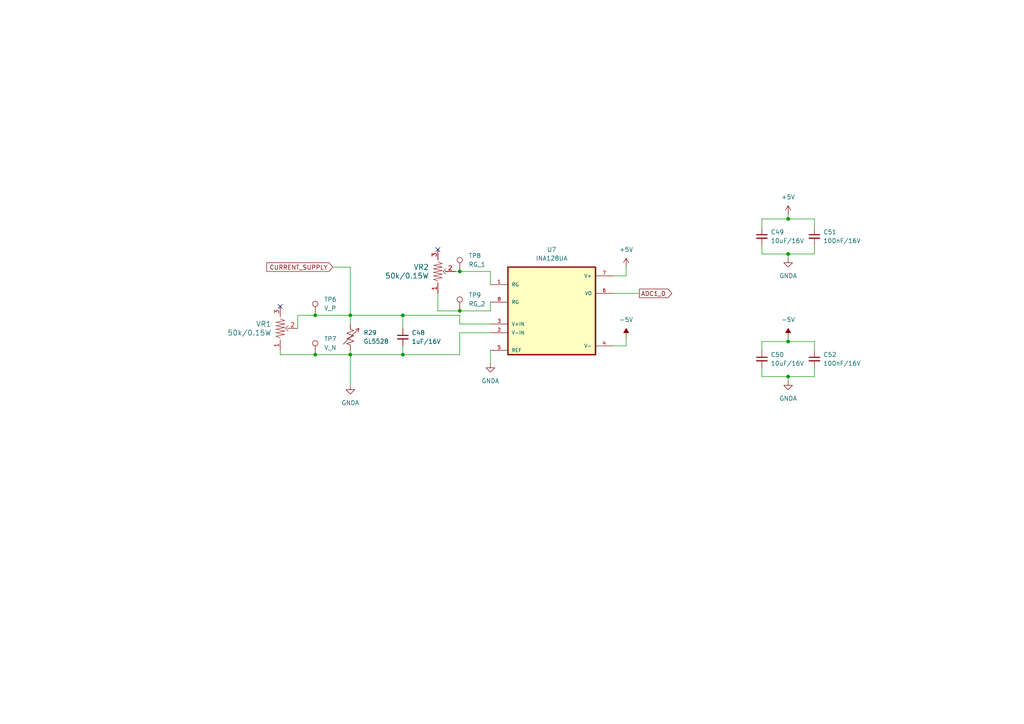
<source format=kicad_sch>
(kicad_sch (version 20230121) (generator eeschema)

  (uuid aa352399-cb1b-43ea-98e6-a10c9a593949)

  (paper "A4")

  (title_block
    (title "MEASURE")
    (date "2024-03-08")
  )

  (lib_symbols
    (symbol "Connector:TestPoint" (pin_numbers hide) (pin_names (offset 0.762) hide) (in_bom yes) (on_board yes)
      (property "Reference" "TP" (at 0 6.858 0)
        (effects (font (size 1.27 1.27)))
      )
      (property "Value" "TestPoint" (at 0 5.08 0)
        (effects (font (size 1.27 1.27)))
      )
      (property "Footprint" "" (at 5.08 0 0)
        (effects (font (size 1.27 1.27)) hide)
      )
      (property "Datasheet" "~" (at 5.08 0 0)
        (effects (font (size 1.27 1.27)) hide)
      )
      (property "ki_keywords" "test point tp" (at 0 0 0)
        (effects (font (size 1.27 1.27)) hide)
      )
      (property "ki_description" "test point" (at 0 0 0)
        (effects (font (size 1.27 1.27)) hide)
      )
      (property "ki_fp_filters" "Pin* Test*" (at 0 0 0)
        (effects (font (size 1.27 1.27)) hide)
      )
      (symbol "TestPoint_0_1"
        (circle (center 0 3.302) (radius 0.762)
          (stroke (width 0) (type default))
          (fill (type none))
        )
      )
      (symbol "TestPoint_1_1"
        (pin passive line (at 0 0 90) (length 2.54)
          (name "1" (effects (font (size 1.27 1.27))))
          (number "1" (effects (font (size 1.27 1.27))))
        )
      )
    )
    (symbol "Device:C_Small" (pin_numbers hide) (pin_names (offset 0.254) hide) (in_bom yes) (on_board yes)
      (property "Reference" "C" (at 0.254 1.778 0)
        (effects (font (size 1.27 1.27)) (justify left))
      )
      (property "Value" "C_Small" (at 0.254 -2.032 0)
        (effects (font (size 1.27 1.27)) (justify left))
      )
      (property "Footprint" "" (at 0 0 0)
        (effects (font (size 1.27 1.27)) hide)
      )
      (property "Datasheet" "~" (at 0 0 0)
        (effects (font (size 1.27 1.27)) hide)
      )
      (property "ki_keywords" "capacitor cap" (at 0 0 0)
        (effects (font (size 1.27 1.27)) hide)
      )
      (property "ki_description" "Unpolarized capacitor, small symbol" (at 0 0 0)
        (effects (font (size 1.27 1.27)) hide)
      )
      (property "ki_fp_filters" "C_*" (at 0 0 0)
        (effects (font (size 1.27 1.27)) hide)
      )
      (symbol "C_Small_0_1"
        (polyline
          (pts
            (xy -1.524 -0.508)
            (xy 1.524 -0.508)
          )
          (stroke (width 0.3302) (type default))
          (fill (type none))
        )
        (polyline
          (pts
            (xy -1.524 0.508)
            (xy 1.524 0.508)
          )
          (stroke (width 0.3048) (type default))
          (fill (type none))
        )
      )
      (symbol "C_Small_1_1"
        (pin passive line (at 0 2.54 270) (length 2.032)
          (name "~" (effects (font (size 1.27 1.27))))
          (number "1" (effects (font (size 1.27 1.27))))
        )
        (pin passive line (at 0 -2.54 90) (length 2.032)
          (name "~" (effects (font (size 1.27 1.27))))
          (number "2" (effects (font (size 1.27 1.27))))
        )
      )
    )
    (symbol "Device:R_Variable_US" (pin_numbers hide) (pin_names (offset 0)) (in_bom yes) (on_board yes)
      (property "Reference" "R" (at 2.54 -2.54 90)
        (effects (font (size 1.27 1.27)) (justify left))
      )
      (property "Value" "R_Variable_US" (at -2.54 -1.27 90)
        (effects (font (size 1.27 1.27)) (justify left))
      )
      (property "Footprint" "" (at -1.778 0 90)
        (effects (font (size 1.27 1.27)) hide)
      )
      (property "Datasheet" "~" (at 0 0 0)
        (effects (font (size 1.27 1.27)) hide)
      )
      (property "ki_keywords" "R res resistor variable potentiometer rheostat" (at 0 0 0)
        (effects (font (size 1.27 1.27)) hide)
      )
      (property "ki_description" "Variable resistor, US symbol" (at 0 0 0)
        (effects (font (size 1.27 1.27)) hide)
      )
      (property "ki_fp_filters" "R_*" (at 0 0 0)
        (effects (font (size 1.27 1.27)) hide)
      )
      (symbol "R_Variable_US_0_1"
        (polyline
          (pts
            (xy 0 -2.286)
            (xy 0 -2.54)
          )
          (stroke (width 0) (type default))
          (fill (type none))
        )
        (polyline
          (pts
            (xy 0 2.286)
            (xy 0 2.54)
          )
          (stroke (width 0) (type default))
          (fill (type none))
        )
        (polyline
          (pts
            (xy 0 -0.762)
            (xy 1.016 -1.143)
            (xy 0 -1.524)
            (xy -1.016 -1.905)
            (xy 0 -2.286)
          )
          (stroke (width 0) (type default))
          (fill (type none))
        )
        (polyline
          (pts
            (xy 0 0.762)
            (xy 1.016 0.381)
            (xy 0 0)
            (xy -1.016 -0.381)
            (xy 0 -0.762)
          )
          (stroke (width 0) (type default))
          (fill (type none))
        )
        (polyline
          (pts
            (xy 0 2.286)
            (xy 1.016 1.905)
            (xy 0 1.524)
            (xy -1.016 1.143)
            (xy 0 0.762)
          )
          (stroke (width 0.1524) (type default))
          (fill (type none))
        )
        (polyline
          (pts
            (xy 2.286 1.524)
            (xy 2.54 2.54)
            (xy 1.524 2.286)
            (xy 2.54 2.54)
            (xy -2.032 -2.032)
          )
          (stroke (width 0.1524) (type default))
          (fill (type none))
        )
      )
      (symbol "R_Variable_US_1_1"
        (pin passive line (at 0 3.81 270) (length 1.27)
          (name "~" (effects (font (size 1.27 1.27))))
          (number "1" (effects (font (size 1.27 1.27))))
        )
        (pin passive line (at 0 -3.81 90) (length 1.27)
          (name "~" (effects (font (size 1.27 1.27))))
          (number "2" (effects (font (size 1.27 1.27))))
        )
      )
    )
    (symbol "EVM_3E:EVM-3E" (pin_names (offset 0.254)) (in_bom yes) (on_board yes)
      (property "Reference" "VR" (at 20.1422 6.604 0)
        (effects (font (size 1.524 1.524)))
      )
      (property "Value" "EVM-3E" (at 20.1422 4.064 0)
        (effects (font (size 1.524 1.524)))
      )
      (property "Footprint" "footprints:EVM-3E" (at 6.35 -15.24 0)
        (effects (font (size 1.27 1.27) italic) hide)
      )
      (property "Datasheet" "EVM-3ESX50B14" (at 6.35 -15.24 0)
        (effects (font (size 1.27 1.27) italic) hide)
      )
      (property "ki_keywords" "EVM-3E" (at 0 0 0)
        (effects (font (size 1.27 1.27)) hide)
      )
      (property "ki_fp_filters" "EVM-3ESX50B14_PAN" (at 0 0 0)
        (effects (font (size 1.27 1.27)) hide)
      )
      (symbol "EVM-3E_0_1"
        (polyline
          (pts
            (xy 17.526 0)
            (xy 18.034 1.27)
          )
          (stroke (width 0.127) (type default))
          (fill (type none))
        )
        (polyline
          (pts
            (xy 18.034 1.27)
            (xy 18.542 -1.27)
          )
          (stroke (width 0.127) (type default))
          (fill (type none))
        )
        (polyline
          (pts
            (xy 18.542 -1.27)
            (xy 19.05 1.27)
          )
          (stroke (width 0.127) (type default))
          (fill (type none))
        )
        (polyline
          (pts
            (xy 19.05 1.27)
            (xy 19.558 -1.27)
          )
          (stroke (width 0.127) (type default))
          (fill (type none))
        )
        (polyline
          (pts
            (xy 19.558 -1.27)
            (xy 20.066 1.27)
          )
          (stroke (width 0.127) (type default))
          (fill (type none))
        )
        (polyline
          (pts
            (xy 20.066 1.27)
            (xy 20.574 -1.27)
          )
          (stroke (width 0.127) (type default))
          (fill (type none))
        )
        (polyline
          (pts
            (xy 20.32 -1.524)
            (xy 19.558 -2.286)
          )
          (stroke (width 0.127) (type default))
          (fill (type none))
        )
        (polyline
          (pts
            (xy 20.32 -1.524)
            (xy 21.082 -2.286)
          )
          (stroke (width 0.127) (type default))
          (fill (type none))
        )
        (polyline
          (pts
            (xy 20.574 -1.27)
            (xy 21.082 1.27)
          )
          (stroke (width 0.127) (type default))
          (fill (type none))
        )
        (polyline
          (pts
            (xy 21.082 1.27)
            (xy 21.59 -1.27)
          )
          (stroke (width 0.127) (type default))
          (fill (type none))
        )
        (polyline
          (pts
            (xy 21.59 -1.27)
            (xy 22.098 1.27)
          )
          (stroke (width 0.127) (type default))
          (fill (type none))
        )
        (polyline
          (pts
            (xy 22.098 1.27)
            (xy 22.606 -1.27)
          )
          (stroke (width 0.127) (type default))
          (fill (type none))
        )
        (polyline
          (pts
            (xy 22.606 -1.27)
            (xy 23.114 0)
          )
          (stroke (width 0.127) (type default))
          (fill (type none))
        )
      )
      (symbol "EVM-3E_1_1"
        (pin passive line (at 13.97 0 0) (length 3)
          (name "" (effects (font (size 1.27 1.27))))
          (number "1" (effects (font (size 1.27 1.27))))
        )
        (pin passive line (at 20.32 -5.08 90) (length 3)
          (name "" (effects (font (size 1.27 1.27))))
          (number "2" (effects (font (size 1.27 1.27))))
        )
        (pin passive line (at 26.67 0 180) (length 3)
          (name "" (effects (font (size 1.27 1.27))))
          (number "3" (effects (font (size 1.27 1.27))))
        )
      )
    )
    (symbol "INA128UA:INA128UA" (pin_names (offset 1.016)) (in_bom yes) (on_board yes)
      (property "Reference" "U" (at -12.7 13.7 0)
        (effects (font (size 1.27 1.27)) (justify left bottom))
      )
      (property "Value" "INA128UA" (at -12.7 -16.7 0)
        (effects (font (size 1.27 1.27)) (justify left bottom))
      )
      (property "Footprint" "INA128UA:SOIC127P599X175-8N" (at 2.8194 -19.1262 0)
        (effects (font (size 1.27 1.27)) (justify bottom) hide)
      )
      (property "Datasheet" "" (at 0 0 0)
        (effects (font (size 1.27 1.27)) hide)
      )
      (symbol "INA128UA_0_0"
        (rectangle (start -12.7 -12.7) (end 12.7 12.7)
          (stroke (width 0.41) (type default))
          (fill (type background))
        )
      )
      (symbol "INA128UA_1_0"
        (pin power_in line (at 17.78 -10.16 180) (length 5.08)
          (name "V-" (effects (font (size 1.016 1.016))))
          (number "4" (effects (font (size 1.016 1.016))))
        )
      )
      (symbol "INA128UA_1_1"
        (pin passive line (at -17.78 7.62 0) (length 5.08)
          (name "RG" (effects (font (size 1.016 1.016))))
          (number "1" (effects (font (size 1.016 1.016))))
        )
        (pin input line (at -17.78 -6.35 0) (length 5.08)
          (name "V-IN" (effects (font (size 1.016 1.016))))
          (number "2" (effects (font (size 1.016 1.016))))
        )
        (pin input line (at -17.78 -3.81 0) (length 5.08)
          (name "V+IN" (effects (font (size 1.016 1.016))))
          (number "3" (effects (font (size 1.016 1.016))))
        )
        (pin input line (at -17.78 -11.43 0) (length 5.08)
          (name "REF" (effects (font (size 1.016 1.016))))
          (number "5" (effects (font (size 1.016 1.016))))
        )
        (pin output line (at 17.78 5.08 180) (length 5.08)
          (name "VO" (effects (font (size 1.016 1.016))))
          (number "6" (effects (font (size 1.016 1.016))))
        )
        (pin power_in line (at 17.78 10.16 180) (length 5.08)
          (name "V+" (effects (font (size 1.016 1.016))))
          (number "7" (effects (font (size 1.016 1.016))))
        )
        (pin passive line (at -17.78 2.54 0) (length 5.08)
          (name "RG" (effects (font (size 1.016 1.016))))
          (number "8" (effects (font (size 1.016 1.016))))
        )
      )
    )
    (symbol "power:+5V" (power) (pin_names (offset 0)) (in_bom yes) (on_board yes)
      (property "Reference" "#PWR" (at 0 -3.81 0)
        (effects (font (size 1.27 1.27)) hide)
      )
      (property "Value" "+5V" (at 0 3.556 0)
        (effects (font (size 1.27 1.27)))
      )
      (property "Footprint" "" (at 0 0 0)
        (effects (font (size 1.27 1.27)) hide)
      )
      (property "Datasheet" "" (at 0 0 0)
        (effects (font (size 1.27 1.27)) hide)
      )
      (property "ki_keywords" "global power" (at 0 0 0)
        (effects (font (size 1.27 1.27)) hide)
      )
      (property "ki_description" "Power symbol creates a global label with name \"+5V\"" (at 0 0 0)
        (effects (font (size 1.27 1.27)) hide)
      )
      (symbol "+5V_0_1"
        (polyline
          (pts
            (xy -0.762 1.27)
            (xy 0 2.54)
          )
          (stroke (width 0) (type default))
          (fill (type none))
        )
        (polyline
          (pts
            (xy 0 0)
            (xy 0 2.54)
          )
          (stroke (width 0) (type default))
          (fill (type none))
        )
        (polyline
          (pts
            (xy 0 2.54)
            (xy 0.762 1.27)
          )
          (stroke (width 0) (type default))
          (fill (type none))
        )
      )
      (symbol "+5V_1_1"
        (pin power_in line (at 0 0 90) (length 0) hide
          (name "+5V" (effects (font (size 1.27 1.27))))
          (number "1" (effects (font (size 1.27 1.27))))
        )
      )
    )
    (symbol "power:-5V" (power) (pin_names (offset 0)) (in_bom yes) (on_board yes)
      (property "Reference" "#PWR" (at 0 2.54 0)
        (effects (font (size 1.27 1.27)) hide)
      )
      (property "Value" "-5V" (at 0 3.81 0)
        (effects (font (size 1.27 1.27)))
      )
      (property "Footprint" "" (at 0 0 0)
        (effects (font (size 1.27 1.27)) hide)
      )
      (property "Datasheet" "" (at 0 0 0)
        (effects (font (size 1.27 1.27)) hide)
      )
      (property "ki_keywords" "global power" (at 0 0 0)
        (effects (font (size 1.27 1.27)) hide)
      )
      (property "ki_description" "Power symbol creates a global label with name \"-5V\"" (at 0 0 0)
        (effects (font (size 1.27 1.27)) hide)
      )
      (symbol "-5V_0_0"
        (pin power_in line (at 0 0 90) (length 0) hide
          (name "-5V" (effects (font (size 1.27 1.27))))
          (number "1" (effects (font (size 1.27 1.27))))
        )
      )
      (symbol "-5V_0_1"
        (polyline
          (pts
            (xy 0 0)
            (xy 0 1.27)
            (xy 0.762 1.27)
            (xy 0 2.54)
            (xy -0.762 1.27)
            (xy 0 1.27)
          )
          (stroke (width 0) (type default))
          (fill (type outline))
        )
      )
    )
    (symbol "power:GNDA" (power) (pin_names (offset 0)) (in_bom yes) (on_board yes)
      (property "Reference" "#PWR" (at 0 -6.35 0)
        (effects (font (size 1.27 1.27)) hide)
      )
      (property "Value" "GNDA" (at 0 -3.81 0)
        (effects (font (size 1.27 1.27)))
      )
      (property "Footprint" "" (at 0 0 0)
        (effects (font (size 1.27 1.27)) hide)
      )
      (property "Datasheet" "" (at 0 0 0)
        (effects (font (size 1.27 1.27)) hide)
      )
      (property "ki_keywords" "global power" (at 0 0 0)
        (effects (font (size 1.27 1.27)) hide)
      )
      (property "ki_description" "Power symbol creates a global label with name \"GNDA\" , analog ground" (at 0 0 0)
        (effects (font (size 1.27 1.27)) hide)
      )
      (symbol "GNDA_0_1"
        (polyline
          (pts
            (xy 0 0)
            (xy 0 -1.27)
            (xy 1.27 -1.27)
            (xy 0 -2.54)
            (xy -1.27 -1.27)
            (xy 0 -1.27)
          )
          (stroke (width 0) (type default))
          (fill (type none))
        )
      )
      (symbol "GNDA_1_1"
        (pin power_in line (at 0 0 270) (length 0) hide
          (name "GNDA" (effects (font (size 1.27 1.27))))
          (number "1" (effects (font (size 1.27 1.27))))
        )
      )
    )
  )

  (junction (at 228.6 73.66) (diameter 0) (color 0 0 0 0)
    (uuid 06d8452f-59d9-4074-a369-9996b034c473)
  )
  (junction (at 228.6 99.06) (diameter 0) (color 0 0 0 0)
    (uuid 2a018381-21a2-4b7e-9085-5cd4813e853d)
  )
  (junction (at 133.35 78.74) (diameter 0) (color 0 0 0 0)
    (uuid 41cb54f8-23b1-4143-994e-31f21c4a1bf6)
  )
  (junction (at 91.44 102.87) (diameter 0) (color 0 0 0 0)
    (uuid 6f3ecfc7-963d-42df-89fd-47d55e055920)
  )
  (junction (at 228.6 63.5) (diameter 0) (color 0 0 0 0)
    (uuid 818469a4-6cde-4b13-9509-ab2fe080ff12)
  )
  (junction (at 101.6 91.44) (diameter 0) (color 0 0 0 0)
    (uuid 85dfcff4-e6c1-4377-ab53-64a7d96471e1)
  )
  (junction (at 228.6 109.22) (diameter 0) (color 0 0 0 0)
    (uuid 9f399ee8-567e-4724-8889-14507633b85b)
  )
  (junction (at 133.35 90.17) (diameter 0) (color 0 0 0 0)
    (uuid c9603c11-2653-4859-9c32-9d592ef1566c)
  )
  (junction (at 116.84 91.44) (diameter 0) (color 0 0 0 0)
    (uuid da4f8682-eb85-455e-a64b-bc318d7bf6f6)
  )
  (junction (at 101.6 102.87) (diameter 0) (color 0 0 0 0)
    (uuid e3943265-bfc9-4ad9-9063-2c2e9d67f6e1)
  )
  (junction (at 91.44 91.44) (diameter 0) (color 0 0 0 0)
    (uuid ec03cb0c-40d2-4afd-a7e6-f17125b2a557)
  )
  (junction (at 116.84 102.87) (diameter 0) (color 0 0 0 0)
    (uuid f03dd09b-55d2-4e3f-babb-89f07a24a728)
  )

  (no_connect (at 127 72.39) (uuid 9357b2dd-29b9-4186-8308-2e450e0322af))
  (no_connect (at 81.28 88.9) (uuid ee4f4d08-c22a-4351-a112-8c917ff0800e))

  (wire (pts (xy 101.6 91.44) (xy 116.84 91.44))
    (stroke (width 0) (type default))
    (uuid 014d6f87-90e9-45d0-b3b4-417da22d5b67)
  )
  (wire (pts (xy 228.6 62.23) (xy 228.6 63.5))
    (stroke (width 0) (type default))
    (uuid 0374b761-45f1-4a21-ad3e-e447b183032b)
  )
  (wire (pts (xy 133.35 96.52) (xy 142.24 96.52))
    (stroke (width 0) (type default))
    (uuid 09eb09be-294b-4782-8816-b4baf557003a)
  )
  (wire (pts (xy 133.35 91.44) (xy 133.35 93.98))
    (stroke (width 0) (type default))
    (uuid 10ed5be6-d95a-44dc-989f-d6a50efb9afa)
  )
  (wire (pts (xy 101.6 102.87) (xy 101.6 101.6))
    (stroke (width 0) (type default))
    (uuid 11c17250-5e95-4d0d-be6a-eb15e4997df8)
  )
  (wire (pts (xy 96.52 77.47) (xy 101.6 77.47))
    (stroke (width 0) (type default))
    (uuid 11f83bb6-a416-4987-8d2e-0dadc2abcfeb)
  )
  (wire (pts (xy 228.6 99.06) (xy 236.22 99.06))
    (stroke (width 0) (type default))
    (uuid 1316a7e4-b138-42b4-9966-2e33762ecad4)
  )
  (wire (pts (xy 116.84 100.33) (xy 116.84 102.87))
    (stroke (width 0) (type default))
    (uuid 14f8c3f7-ec72-4a36-88a2-b402d691b786)
  )
  (wire (pts (xy 91.44 91.44) (xy 101.6 91.44))
    (stroke (width 0) (type default))
    (uuid 195b377e-1889-4675-9dee-868f33454d33)
  )
  (wire (pts (xy 220.98 63.5) (xy 220.98 66.04))
    (stroke (width 0) (type default))
    (uuid 1c19bb4d-dcd5-4ab1-a575-da8b8c6bacca)
  )
  (wire (pts (xy 228.6 63.5) (xy 236.22 63.5))
    (stroke (width 0) (type default))
    (uuid 1ce38cbb-8563-404c-9740-f695fca8bef7)
  )
  (wire (pts (xy 181.61 80.01) (xy 181.61 77.47))
    (stroke (width 0) (type default))
    (uuid 1d9a6617-d1e2-4927-b3b0-2da49662613a)
  )
  (wire (pts (xy 81.28 101.6) (xy 81.28 102.87))
    (stroke (width 0) (type default))
    (uuid 20ed7d03-3e42-4421-8e53-5618ceda66d1)
  )
  (wire (pts (xy 81.28 102.87) (xy 91.44 102.87))
    (stroke (width 0) (type default))
    (uuid 2816ba6a-3a92-45e2-9d42-2590d4071e9b)
  )
  (wire (pts (xy 101.6 102.87) (xy 116.84 102.87))
    (stroke (width 0) (type default))
    (uuid 2f3c1e27-0f64-42c9-9064-9ebd381891f4)
  )
  (wire (pts (xy 228.6 109.22) (xy 228.6 110.49))
    (stroke (width 0) (type default))
    (uuid 34038d9b-fb8a-458e-bb68-c3dee363c560)
  )
  (wire (pts (xy 86.36 91.44) (xy 86.36 95.25))
    (stroke (width 0) (type default))
    (uuid 343c4518-bd4d-4698-8eb9-f9c27aeb5455)
  )
  (wire (pts (xy 142.24 78.74) (xy 142.24 82.55))
    (stroke (width 0) (type default))
    (uuid 39bf0ac6-030a-4592-bcde-7fbcf564b79e)
  )
  (wire (pts (xy 116.84 91.44) (xy 133.35 91.44))
    (stroke (width 0) (type default))
    (uuid 3c906fbf-b322-462d-a193-d48a564ca2e9)
  )
  (wire (pts (xy 133.35 90.17) (xy 142.24 90.17))
    (stroke (width 0) (type default))
    (uuid 3f11e71e-88ad-41a3-b844-3dee29e135f1)
  )
  (wire (pts (xy 181.61 100.33) (xy 181.61 97.79))
    (stroke (width 0) (type default))
    (uuid 44ca0f5b-1a93-491c-b761-4e909378b594)
  )
  (wire (pts (xy 142.24 90.17) (xy 142.24 87.63))
    (stroke (width 0) (type default))
    (uuid 52dfcd4c-f328-4cc5-b809-61ab609bc817)
  )
  (wire (pts (xy 181.61 100.33) (xy 177.8 100.33))
    (stroke (width 0) (type default))
    (uuid 5d8bca7a-4ff7-4adf-ae0d-fbb3fe41b10f)
  )
  (wire (pts (xy 236.22 109.22) (xy 236.22 106.68))
    (stroke (width 0) (type default))
    (uuid 5f70c097-0562-4b1d-afe2-94a815ab87f0)
  )
  (wire (pts (xy 116.84 95.25) (xy 116.84 91.44))
    (stroke (width 0) (type default))
    (uuid 667a6085-512f-4f94-be3a-d4ea356ed2b9)
  )
  (wire (pts (xy 228.6 109.22) (xy 236.22 109.22))
    (stroke (width 0) (type default))
    (uuid 6ac00126-70d7-4e47-947c-6c13bf5ed246)
  )
  (wire (pts (xy 101.6 77.47) (xy 101.6 91.44))
    (stroke (width 0) (type default))
    (uuid 718d69fb-8fe3-456f-8b13-a7a393271515)
  )
  (wire (pts (xy 220.98 71.12) (xy 220.98 73.66))
    (stroke (width 0) (type default))
    (uuid 7caec431-abcf-4937-ac77-bedce081ffb6)
  )
  (wire (pts (xy 177.8 80.01) (xy 181.61 80.01))
    (stroke (width 0) (type default))
    (uuid 7daa75e2-8b4d-44a6-b645-caa470da2a8b)
  )
  (wire (pts (xy 101.6 91.44) (xy 101.6 93.98))
    (stroke (width 0) (type default))
    (uuid 800cc275-0d9f-48e4-92d8-4ac5f2d15236)
  )
  (wire (pts (xy 133.35 78.74) (xy 142.24 78.74))
    (stroke (width 0) (type default))
    (uuid 83f005d9-3285-4fe4-a41c-a5f82af07de8)
  )
  (wire (pts (xy 101.6 111.76) (xy 101.6 102.87))
    (stroke (width 0) (type default))
    (uuid 859fe3e5-78a9-4c15-8090-95bc1b173122)
  )
  (wire (pts (xy 228.6 63.5) (xy 220.98 63.5))
    (stroke (width 0) (type default))
    (uuid 89452bf4-d5ba-4962-8291-02f79acfde82)
  )
  (wire (pts (xy 220.98 109.22) (xy 228.6 109.22))
    (stroke (width 0) (type default))
    (uuid 89ad1bb8-2e61-401b-98e7-77f3ea70c99c)
  )
  (wire (pts (xy 91.44 102.87) (xy 101.6 102.87))
    (stroke (width 0) (type default))
    (uuid 8b0babe6-9449-40ca-891f-3d28b445b672)
  )
  (wire (pts (xy 228.6 73.66) (xy 236.22 73.66))
    (stroke (width 0) (type default))
    (uuid 93f01f7e-3583-4c30-b47d-4b4dcc5bb07f)
  )
  (wire (pts (xy 127 90.17) (xy 133.35 90.17))
    (stroke (width 0) (type default))
    (uuid 9c177c95-b89c-48c4-bb05-530659c33baf)
  )
  (wire (pts (xy 220.98 99.06) (xy 228.6 99.06))
    (stroke (width 0) (type default))
    (uuid 9ce7bdac-8c5f-43e4-bead-c1604df34392)
  )
  (wire (pts (xy 133.35 102.87) (xy 133.35 96.52))
    (stroke (width 0) (type default))
    (uuid a0181783-3ce2-4d42-a641-5af9bfe6e248)
  )
  (wire (pts (xy 236.22 66.04) (xy 236.22 63.5))
    (stroke (width 0) (type default))
    (uuid a211306a-e838-4c37-b5e7-d0ed3ab24c31)
  )
  (wire (pts (xy 220.98 73.66) (xy 228.6 73.66))
    (stroke (width 0) (type default))
    (uuid a4a924a5-c53d-4cff-afc7-ba621a89cab2)
  )
  (wire (pts (xy 116.84 102.87) (xy 133.35 102.87))
    (stroke (width 0) (type default))
    (uuid a9b287d8-4948-4aee-9dee-8018bf12a13d)
  )
  (wire (pts (xy 86.36 91.44) (xy 91.44 91.44))
    (stroke (width 0) (type default))
    (uuid af9a1bf9-38f8-4255-9beb-fb5fe6fb5286)
  )
  (wire (pts (xy 228.6 97.79) (xy 228.6 99.06))
    (stroke (width 0) (type default))
    (uuid b3c9868b-33ab-484f-a95a-27bedd087bc9)
  )
  (wire (pts (xy 236.22 73.66) (xy 236.22 71.12))
    (stroke (width 0) (type default))
    (uuid bb582aa7-a31f-4829-9fe2-20c8fa03c908)
  )
  (wire (pts (xy 236.22 99.06) (xy 236.22 101.6))
    (stroke (width 0) (type default))
    (uuid bbe363ba-19c9-4583-988f-b770a0e4a0e8)
  )
  (wire (pts (xy 132.08 78.74) (xy 133.35 78.74))
    (stroke (width 0) (type default))
    (uuid bdf3578a-9716-4a2a-ad7c-b30770e1dec7)
  )
  (wire (pts (xy 133.35 93.98) (xy 142.24 93.98))
    (stroke (width 0) (type default))
    (uuid be8d396e-db9a-4846-a5fa-687767b2c0ea)
  )
  (wire (pts (xy 127 90.17) (xy 127 85.09))
    (stroke (width 0) (type default))
    (uuid c524797e-139b-4d0b-87a0-174476051924)
  )
  (wire (pts (xy 220.98 106.68) (xy 220.98 109.22))
    (stroke (width 0) (type default))
    (uuid cbd4f7c8-19a6-4b2b-a707-89305e8cf328)
  )
  (wire (pts (xy 185.42 85.09) (xy 177.8 85.09))
    (stroke (width 0) (type default))
    (uuid cfd7680e-b40e-4e83-b7e7-b2494f28c9c6)
  )
  (wire (pts (xy 228.6 73.66) (xy 228.6 74.93))
    (stroke (width 0) (type default))
    (uuid e354c7ff-632e-4897-8918-abaac9fb69a5)
  )
  (wire (pts (xy 142.24 105.41) (xy 142.24 101.6))
    (stroke (width 0) (type default))
    (uuid e441c8bf-3a6e-4255-ac62-c89ae3132f6d)
  )
  (wire (pts (xy 220.98 101.6) (xy 220.98 99.06))
    (stroke (width 0) (type default))
    (uuid eb2edbc0-ffc8-48d1-9bd5-47a8bb6d49d2)
  )

  (global_label "ADC1_0" (shape output) (at 185.42 85.09 0) (fields_autoplaced)
    (effects (font (size 1.27 1.27)) (justify left))
    (uuid 8dade9ce-a560-44fa-9436-ae15f016da4e)
    (property "Intersheetrefs" "${INTERSHEET_REFS}" (at 195.4204 85.09 0)
      (effects (font (size 1.27 1.27)) (justify left) hide)
    )
  )
  (global_label "CURRENT_SUPPLY" (shape input) (at 96.52 77.47 180) (fields_autoplaced)
    (effects (font (size 1.27 1.27)) (justify right))
    (uuid 990dcebb-6faf-47b7-b0dd-f373681211bd)
    (property "Intersheetrefs" "${INTERSHEET_REFS}" (at 76.7829 77.47 0)
      (effects (font (size 1.27 1.27)) (justify right) hide)
    )
  )

  (symbol (lib_id "INA128UA:INA128UA") (at 160.02 90.17 0) (unit 1)
    (in_bom yes) (on_board yes) (dnp no) (fields_autoplaced)
    (uuid 12a17a83-de5a-4396-8ccf-4428e24d61d6)
    (property "Reference" "U7" (at 160.02 72.39 0)
      (effects (font (size 1.27 1.27)))
    )
    (property "Value" "INA128UA" (at 160.02 74.93 0)
      (effects (font (size 1.27 1.27)))
    )
    (property "Footprint" "INA128UA:SOIC127P599X175-8N" (at 160.02 90.17 0)
      (effects (font (size 1.27 1.27)) (justify bottom) hide)
    )
    (property "Datasheet" "" (at 160.02 90.17 0)
      (effects (font (size 1.27 1.27)) hide)
    )
    (pin "6" (uuid ca7a8137-5a06-49c4-b328-2b60703a60b8))
    (pin "4" (uuid 4f7544ab-ccc8-4ac3-8e74-bea72e5efe02))
    (pin "8" (uuid c96fafce-e3fc-45f2-a2d5-57afb4b8ebd3))
    (pin "1" (uuid 4c3d7030-3871-440d-ad3a-a81208267cad))
    (pin "2" (uuid dd42d923-0b9d-4cf1-9c5d-bcdfcd9d2bc9))
    (pin "5" (uuid ae71592d-c81b-42a1-84b8-937d5ee73467))
    (pin "3" (uuid 591d8305-ea49-49fc-97ed-96ca11e174b7))
    (pin "7" (uuid 77b1a341-b73d-4012-b6d6-7b16f3acbcd7))
    (instances
      (project "BTL_ESD"
        (path "/ce4779b4-6d78-42e3-84df-0a4e77629b0f/c3280f20-486c-46c2-9703-f7181f16559f"
          (reference "U7") (unit 1)
        )
      )
    )
  )

  (symbol (lib_id "Device:C_Small") (at 220.98 104.14 0) (unit 1)
    (in_bom yes) (on_board yes) (dnp no) (fields_autoplaced)
    (uuid 1b5ab5ea-20f6-4758-9f02-d4644fca05ac)
    (property "Reference" "C50" (at 223.52 102.8763 0)
      (effects (font (size 1.27 1.27)) (justify left))
    )
    (property "Value" "10uF/16V" (at 223.52 105.4163 0)
      (effects (font (size 1.27 1.27)) (justify left))
    )
    (property "Footprint" "Capacitor_SMD:C_0603_1608Metric_Pad1.08x0.95mm_HandSolder" (at 220.98 104.14 0)
      (effects (font (size 1.27 1.27)) hide)
    )
    (property "Datasheet" "~" (at 220.98 104.14 0)
      (effects (font (size 1.27 1.27)) hide)
    )
    (property "URL" "https://www.thegioiic.com/tu-gom-0603-10uf-16v" (at 220.98 104.14 0)
      (effects (font (size 1.27 1.27)) hide)
    )
    (pin "1" (uuid 8018d36d-6820-4bea-97da-c470d3a7745d))
    (pin "2" (uuid 4afe619b-b8a3-41b7-a59c-9d61c0f259e9))
    (instances
      (project "BTL_ESD"
        (path "/ce4779b4-6d78-42e3-84df-0a4e77629b0f/c3280f20-486c-46c2-9703-f7181f16559f"
          (reference "C50") (unit 1)
        )
      )
    )
  )

  (symbol (lib_id "Connector:TestPoint") (at 91.44 91.44 0) (unit 1)
    (in_bom yes) (on_board yes) (dnp no) (fields_autoplaced)
    (uuid 1c25da2c-fcd5-4d5a-a8f1-a79e512c8672)
    (property "Reference" "TP6" (at 93.98 86.868 0)
      (effects (font (size 1.27 1.27)) (justify left))
    )
    (property "Value" "V_P" (at 93.98 89.408 0)
      (effects (font (size 1.27 1.27)) (justify left))
    )
    (property "Footprint" "TestPoint:TestPoint_Pad_D2.5mm" (at 96.52 91.44 0)
      (effects (font (size 1.27 1.27)) hide)
    )
    (property "Datasheet" "~" (at 96.52 91.44 0)
      (effects (font (size 1.27 1.27)) hide)
    )
    (pin "1" (uuid 8c2ceb52-1cab-45ed-a4d3-66b24a35f13a))
    (instances
      (project "BTL_ESD"
        (path "/ce4779b4-6d78-42e3-84df-0a4e77629b0f/c3280f20-486c-46c2-9703-f7181f16559f"
          (reference "TP6") (unit 1)
        )
      )
    )
  )

  (symbol (lib_id "power:+5V") (at 228.6 62.23 0) (unit 1)
    (in_bom yes) (on_board yes) (dnp no) (fields_autoplaced)
    (uuid 2373e45c-75ed-4920-a2b7-07c972d4b4a7)
    (property "Reference" "#PWR071" (at 228.6 66.04 0)
      (effects (font (size 1.27 1.27)) hide)
    )
    (property "Value" "+5V" (at 228.6 57.15 0)
      (effects (font (size 1.27 1.27)))
    )
    (property "Footprint" "" (at 228.6 62.23 0)
      (effects (font (size 1.27 1.27)) hide)
    )
    (property "Datasheet" "" (at 228.6 62.23 0)
      (effects (font (size 1.27 1.27)) hide)
    )
    (pin "1" (uuid 61de4809-e8ef-4c62-866e-cafb32b57b36))
    (instances
      (project "BTL_ESD"
        (path "/ce4779b4-6d78-42e3-84df-0a4e77629b0f/c3280f20-486c-46c2-9703-f7181f16559f"
          (reference "#PWR071") (unit 1)
        )
      )
    )
  )

  (symbol (lib_id "power:-5V") (at 181.61 97.79 0) (unit 1)
    (in_bom yes) (on_board yes) (dnp no) (fields_autoplaced)
    (uuid 3a41b264-3aba-49ba-a186-acc07f00a3df)
    (property "Reference" "#PWR070" (at 181.61 95.25 0)
      (effects (font (size 1.27 1.27)) hide)
    )
    (property "Value" "-5V" (at 181.61 92.71 0)
      (effects (font (size 1.27 1.27)))
    )
    (property "Footprint" "" (at 181.61 97.79 0)
      (effects (font (size 1.27 1.27)) hide)
    )
    (property "Datasheet" "" (at 181.61 97.79 0)
      (effects (font (size 1.27 1.27)) hide)
    )
    (pin "1" (uuid 82760a9c-52d9-4057-927b-ddf5533158c9))
    (instances
      (project "BTL_ESD"
        (path "/ce4779b4-6d78-42e3-84df-0a4e77629b0f/c3280f20-486c-46c2-9703-f7181f16559f"
          (reference "#PWR070") (unit 1)
        )
      )
    )
  )

  (symbol (lib_id "Connector:TestPoint") (at 133.35 90.17 0) (unit 1)
    (in_bom yes) (on_board yes) (dnp no) (fields_autoplaced)
    (uuid 449a7eb0-ac58-4c60-8a36-5d6b6b4a2d44)
    (property "Reference" "TP9" (at 135.89 85.598 0)
      (effects (font (size 1.27 1.27)) (justify left))
    )
    (property "Value" "RG_2" (at 135.89 88.138 0)
      (effects (font (size 1.27 1.27)) (justify left))
    )
    (property "Footprint" "TestPoint:TestPoint_Pad_D2.5mm" (at 138.43 90.17 0)
      (effects (font (size 1.27 1.27)) hide)
    )
    (property "Datasheet" "~" (at 138.43 90.17 0)
      (effects (font (size 1.27 1.27)) hide)
    )
    (pin "1" (uuid 43f01b46-4c3c-4a0e-9301-a75bd98c65fb))
    (instances
      (project "BTL_ESD"
        (path "/ce4779b4-6d78-42e3-84df-0a4e77629b0f/c3280f20-486c-46c2-9703-f7181f16559f"
          (reference "TP9") (unit 1)
        )
      )
    )
  )

  (symbol (lib_id "Device:C_Small") (at 116.84 97.79 0) (unit 1)
    (in_bom yes) (on_board yes) (dnp no) (fields_autoplaced)
    (uuid 502b3a26-734f-4b5d-ba18-94e74dc6bbb6)
    (property "Reference" "C48" (at 119.38 96.5263 0)
      (effects (font (size 1.27 1.27)) (justify left))
    )
    (property "Value" "1uF/16V" (at 119.38 99.0663 0)
      (effects (font (size 1.27 1.27)) (justify left))
    )
    (property "Footprint" "Capacitor_SMD:C_0603_1608Metric_Pad1.08x0.95mm_HandSolder" (at 116.84 97.79 0)
      (effects (font (size 1.27 1.27)) hide)
    )
    (property "Datasheet" "~" (at 116.84 97.79 0)
      (effects (font (size 1.27 1.27)) hide)
    )
    (property "URL" "https://www.thegioiic.com/tu-gom-0603-1uf-16v" (at 116.84 97.79 0)
      (effects (font (size 1.27 1.27)) hide)
    )
    (pin "1" (uuid e921575b-acf5-4415-9511-a3157c86dbb4))
    (pin "2" (uuid a20bf9f5-15fb-47f1-932e-176c5165986a))
    (instances
      (project "BTL_ESD"
        (path "/ce4779b4-6d78-42e3-84df-0a4e77629b0f/c3280f20-486c-46c2-9703-f7181f16559f"
          (reference "C48") (unit 1)
        )
      )
    )
  )

  (symbol (lib_id "Device:C_Small") (at 220.98 68.58 0) (unit 1)
    (in_bom yes) (on_board yes) (dnp no) (fields_autoplaced)
    (uuid 53f9bd7c-f5d6-42d5-8602-ff68966a78ac)
    (property "Reference" "C49" (at 223.52 67.3163 0)
      (effects (font (size 1.27 1.27)) (justify left))
    )
    (property "Value" "10uF/16V" (at 223.52 69.8563 0)
      (effects (font (size 1.27 1.27)) (justify left))
    )
    (property "Footprint" "Capacitor_SMD:C_0603_1608Metric_Pad1.08x0.95mm_HandSolder" (at 220.98 68.58 0)
      (effects (font (size 1.27 1.27)) hide)
    )
    (property "Datasheet" "~" (at 220.98 68.58 0)
      (effects (font (size 1.27 1.27)) hide)
    )
    (property "URL" "https://www.thegioiic.com/tu-gom-0603-10uf-16v" (at 220.98 68.58 0)
      (effects (font (size 1.27 1.27)) hide)
    )
    (pin "1" (uuid 99502129-60cb-4ea5-a7c0-4a8a89e80d75))
    (pin "2" (uuid 2c909f49-57e3-4698-9966-54478715bacc))
    (instances
      (project "BTL_ESD"
        (path "/ce4779b4-6d78-42e3-84df-0a4e77629b0f/c3280f20-486c-46c2-9703-f7181f16559f"
          (reference "C49") (unit 1)
        )
      )
    )
  )

  (symbol (lib_id "Connector:TestPoint") (at 91.44 102.87 0) (unit 1)
    (in_bom yes) (on_board yes) (dnp no) (fields_autoplaced)
    (uuid 72a0a461-5514-42c6-978d-a664116cc112)
    (property "Reference" "TP7" (at 93.98 98.298 0)
      (effects (font (size 1.27 1.27)) (justify left))
    )
    (property "Value" "V_N" (at 93.98 100.838 0)
      (effects (font (size 1.27 1.27)) (justify left))
    )
    (property "Footprint" "TestPoint:TestPoint_Pad_D2.5mm" (at 96.52 102.87 0)
      (effects (font (size 1.27 1.27)) hide)
    )
    (property "Datasheet" "~" (at 96.52 102.87 0)
      (effects (font (size 1.27 1.27)) hide)
    )
    (pin "1" (uuid 37bb346b-7147-4f11-8458-0d5bd7d6db72))
    (instances
      (project "BTL_ESD"
        (path "/ce4779b4-6d78-42e3-84df-0a4e77629b0f/c3280f20-486c-46c2-9703-f7181f16559f"
          (reference "TP7") (unit 1)
        )
      )
    )
  )

  (symbol (lib_id "power:GNDA") (at 142.24 105.41 0) (unit 1)
    (in_bom yes) (on_board yes) (dnp no) (fields_autoplaced)
    (uuid 744df324-f294-485f-8892-ea2056130ffc)
    (property "Reference" "#PWR068" (at 142.24 111.76 0)
      (effects (font (size 1.27 1.27)) hide)
    )
    (property "Value" "GNDA" (at 142.24 110.49 0)
      (effects (font (size 1.27 1.27)))
    )
    (property "Footprint" "" (at 142.24 105.41 0)
      (effects (font (size 1.27 1.27)) hide)
    )
    (property "Datasheet" "" (at 142.24 105.41 0)
      (effects (font (size 1.27 1.27)) hide)
    )
    (pin "1" (uuid 36dbb4f4-6e1b-44c7-9da6-03a5fc65b661))
    (instances
      (project "BTL_ESD"
        (path "/ce4779b4-6d78-42e3-84df-0a4e77629b0f/c3280f20-486c-46c2-9703-f7181f16559f"
          (reference "#PWR068") (unit 1)
        )
      )
    )
  )

  (symbol (lib_id "EVM_3E:EVM-3E") (at 127 99.06 90) (unit 1)
    (in_bom yes) (on_board yes) (dnp no) (fields_autoplaced)
    (uuid 7750f36b-3e2f-43b6-9097-8445cf6497ae)
    (property "Reference" "VR2" (at 124.46 77.47 90)
      (effects (font (size 1.524 1.524)) (justify left))
    )
    (property "Value" "50k/0.15W" (at 124.46 80.01 90)
      (effects (font (size 1.524 1.524)) (justify left))
    )
    (property "Footprint" "footprints:EVM-3E" (at 142.24 92.71 0)
      (effects (font (size 1.27 1.27) italic) hide)
    )
    (property "Datasheet" "EVM-3ESX50B14" (at 142.24 92.71 0)
      (effects (font (size 1.27 1.27) italic) hide)
    )
    (property "URL" "https://www.thegioiic.com/evm3e-503-bien-tro-50-kohm-nut-ao-smd-0-15w" (at 127 99.06 0)
      (effects (font (size 1.27 1.27)) hide)
    )
    (pin "3" (uuid cba97419-0e68-44e7-b360-7f4cae19fd0c))
    (pin "1" (uuid 68c28083-f3e2-4006-8bef-aeff347100cb))
    (pin "2" (uuid d10d96b1-b2ff-4bc1-860a-47614c4c7bd6))
    (instances
      (project "BTL_ESD"
        (path "/ce4779b4-6d78-42e3-84df-0a4e77629b0f/c3280f20-486c-46c2-9703-f7181f16559f"
          (reference "VR2") (unit 1)
        )
      )
    )
  )

  (symbol (lib_id "power:GNDA") (at 101.6 111.76 0) (unit 1)
    (in_bom yes) (on_board yes) (dnp no) (fields_autoplaced)
    (uuid 8bed9036-2604-49a9-9666-b46396469c53)
    (property "Reference" "#PWR067" (at 101.6 118.11 0)
      (effects (font (size 1.27 1.27)) hide)
    )
    (property "Value" "GNDA" (at 101.6 116.84 0)
      (effects (font (size 1.27 1.27)))
    )
    (property "Footprint" "" (at 101.6 111.76 0)
      (effects (font (size 1.27 1.27)) hide)
    )
    (property "Datasheet" "" (at 101.6 111.76 0)
      (effects (font (size 1.27 1.27)) hide)
    )
    (pin "1" (uuid f8c629f5-fe4d-466f-990d-223eb8d1b381))
    (instances
      (project "BTL_ESD"
        (path "/ce4779b4-6d78-42e3-84df-0a4e77629b0f/c3280f20-486c-46c2-9703-f7181f16559f"
          (reference "#PWR067") (unit 1)
        )
      )
    )
  )

  (symbol (lib_id "Connector:TestPoint") (at 133.35 78.74 0) (unit 1)
    (in_bom yes) (on_board yes) (dnp no) (fields_autoplaced)
    (uuid 94470285-f5a9-4642-a529-56bf903da8f5)
    (property "Reference" "TP8" (at 135.89 74.168 0)
      (effects (font (size 1.27 1.27)) (justify left))
    )
    (property "Value" "RG_1" (at 135.89 76.708 0)
      (effects (font (size 1.27 1.27)) (justify left))
    )
    (property "Footprint" "TestPoint:TestPoint_Pad_D2.5mm" (at 138.43 78.74 0)
      (effects (font (size 1.27 1.27)) hide)
    )
    (property "Datasheet" "~" (at 138.43 78.74 0)
      (effects (font (size 1.27 1.27)) hide)
    )
    (pin "1" (uuid f9209ad3-f1c4-47f7-b529-cf7fc41b144b))
    (instances
      (project "BTL_ESD"
        (path "/ce4779b4-6d78-42e3-84df-0a4e77629b0f/c3280f20-486c-46c2-9703-f7181f16559f"
          (reference "TP8") (unit 1)
        )
      )
    )
  )

  (symbol (lib_id "Device:C_Small") (at 236.22 104.14 0) (unit 1)
    (in_bom yes) (on_board yes) (dnp no) (fields_autoplaced)
    (uuid a5335bfd-cfe3-49aa-b42f-7be1b495000e)
    (property "Reference" "C52" (at 238.76 102.8763 0)
      (effects (font (size 1.27 1.27)) (justify left))
    )
    (property "Value" "100nF/16V" (at 238.76 105.4163 0)
      (effects (font (size 1.27 1.27)) (justify left))
    )
    (property "Footprint" "Capacitor_SMD:C_0603_1608Metric_Pad1.08x0.95mm_HandSolder" (at 236.22 104.14 0)
      (effects (font (size 1.27 1.27)) hide)
    )
    (property "Datasheet" "~" (at 236.22 104.14 0)
      (effects (font (size 1.27 1.27)) hide)
    )
    (property "URL" "https://www.thegioiic.com/tu-gom-0603-100nf-0-1uf-16v" (at 236.22 104.14 0)
      (effects (font (size 1.27 1.27)) hide)
    )
    (pin "2" (uuid 3a566f5e-8139-4604-882b-6136dfefe0f8))
    (pin "1" (uuid 98911785-d7e4-48d3-9101-63907651200b))
    (instances
      (project "BTL_ESD"
        (path "/ce4779b4-6d78-42e3-84df-0a4e77629b0f/c3280f20-486c-46c2-9703-f7181f16559f"
          (reference "C52") (unit 1)
        )
      )
    )
  )

  (symbol (lib_id "power:GNDA") (at 228.6 110.49 0) (unit 1)
    (in_bom yes) (on_board yes) (dnp no) (fields_autoplaced)
    (uuid a620bf45-1b8d-466e-a378-11a20d36f31f)
    (property "Reference" "#PWR074" (at 228.6 116.84 0)
      (effects (font (size 1.27 1.27)) hide)
    )
    (property "Value" "GNDA" (at 228.6 115.57 0)
      (effects (font (size 1.27 1.27)))
    )
    (property "Footprint" "" (at 228.6 110.49 0)
      (effects (font (size 1.27 1.27)) hide)
    )
    (property "Datasheet" "" (at 228.6 110.49 0)
      (effects (font (size 1.27 1.27)) hide)
    )
    (pin "1" (uuid eb43b781-9f37-45bb-8ade-2a280831ace9))
    (instances
      (project "BTL_ESD"
        (path "/ce4779b4-6d78-42e3-84df-0a4e77629b0f/c3280f20-486c-46c2-9703-f7181f16559f"
          (reference "#PWR074") (unit 1)
        )
      )
    )
  )

  (symbol (lib_id "EVM_3E:EVM-3E") (at 81.28 115.57 90) (unit 1)
    (in_bom yes) (on_board yes) (dnp no) (fields_autoplaced)
    (uuid d1e9f4e5-c6a9-43b6-a2eb-ff622d0c5c20)
    (property "Reference" "VR1" (at 78.74 93.98 90)
      (effects (font (size 1.524 1.524)) (justify left))
    )
    (property "Value" "50k/0.15W" (at 78.74 96.52 90)
      (effects (font (size 1.524 1.524)) (justify left))
    )
    (property "Footprint" "footprints:EVM-3E" (at 96.52 109.22 0)
      (effects (font (size 1.27 1.27) italic) hide)
    )
    (property "Datasheet" "EVM-3ESX50B14" (at 96.52 109.22 0)
      (effects (font (size 1.27 1.27) italic) hide)
    )
    (property "URL" "https://www.thegioiic.com/evm3e-503-bien-tro-50-kohm-nut-ao-smd-0-15w" (at 81.28 115.57 0)
      (effects (font (size 1.27 1.27)) hide)
    )
    (pin "3" (uuid 57f07735-8a56-4c27-97bf-71871f6856cc))
    (pin "1" (uuid d5ec83d7-bd80-4ec9-a98c-15477ede7927))
    (pin "2" (uuid f11726f2-e259-46d9-b533-b6fe7f008b5d))
    (instances
      (project "BTL_ESD"
        (path "/ce4779b4-6d78-42e3-84df-0a4e77629b0f/c3280f20-486c-46c2-9703-f7181f16559f"
          (reference "VR1") (unit 1)
        )
      )
    )
  )

  (symbol (lib_id "power:GNDA") (at 228.6 74.93 0) (unit 1)
    (in_bom yes) (on_board yes) (dnp no) (fields_autoplaced)
    (uuid e79b7a1d-a5f6-4e08-adbf-113bb3e86373)
    (property "Reference" "#PWR072" (at 228.6 81.28 0)
      (effects (font (size 1.27 1.27)) hide)
    )
    (property "Value" "GNDA" (at 228.6 80.01 0)
      (effects (font (size 1.27 1.27)))
    )
    (property "Footprint" "" (at 228.6 74.93 0)
      (effects (font (size 1.27 1.27)) hide)
    )
    (property "Datasheet" "" (at 228.6 74.93 0)
      (effects (font (size 1.27 1.27)) hide)
    )
    (pin "1" (uuid 10073faf-c69b-45c8-9ba7-8111cb88d9c1))
    (instances
      (project "BTL_ESD"
        (path "/ce4779b4-6d78-42e3-84df-0a4e77629b0f/c3280f20-486c-46c2-9703-f7181f16559f"
          (reference "#PWR072") (unit 1)
        )
      )
    )
  )

  (symbol (lib_id "power:-5V") (at 228.6 97.79 0) (unit 1)
    (in_bom yes) (on_board yes) (dnp no) (fields_autoplaced)
    (uuid f537bf7d-411f-4e3f-b0b3-df430fbfc81f)
    (property "Reference" "#PWR073" (at 228.6 95.25 0)
      (effects (font (size 1.27 1.27)) hide)
    )
    (property "Value" "-5V" (at 228.6 92.71 0)
      (effects (font (size 1.27 1.27)))
    )
    (property "Footprint" "" (at 228.6 97.79 0)
      (effects (font (size 1.27 1.27)) hide)
    )
    (property "Datasheet" "" (at 228.6 97.79 0)
      (effects (font (size 1.27 1.27)) hide)
    )
    (pin "1" (uuid 7ddb19f2-c1c5-4647-bab5-ebd73086e4de))
    (instances
      (project "BTL_ESD"
        (path "/ce4779b4-6d78-42e3-84df-0a4e77629b0f/c3280f20-486c-46c2-9703-f7181f16559f"
          (reference "#PWR073") (unit 1)
        )
      )
    )
  )

  (symbol (lib_id "Device:R_Variable_US") (at 101.6 97.79 0) (unit 1)
    (in_bom yes) (on_board yes) (dnp no) (fields_autoplaced)
    (uuid f7750e22-e891-4144-8a4c-2df410fe25fe)
    (property "Reference" "R29" (at 105.41 96.4819 0)
      (effects (font (size 1.27 1.27)) (justify left))
    )
    (property "Value" "GL5528 " (at 105.41 99.0219 0)
      (effects (font (size 1.27 1.27)) (justify left))
    )
    (property "Footprint" "OptoDevice:R_LDR_5.0x4.1mm_P3mm_Vertical" (at 99.822 97.79 90)
      (effects (font (size 1.27 1.27)) hide)
    )
    (property "Datasheet" "~" (at 101.6 97.79 0)
      (effects (font (size 1.27 1.27)) hide)
    )
    (property "URL" "https://www.thegioiic.com/gl5528-quang-tro-5mm" (at 101.6 97.79 0)
      (effects (font (size 1.27 1.27)) hide)
    )
    (pin "1" (uuid 583e614a-8317-4bb7-b141-1453389f5777))
    (pin "2" (uuid 4de90524-9d32-4183-9b8f-9ee383ffb7d2))
    (instances
      (project "BTL_ESD"
        (path "/ce4779b4-6d78-42e3-84df-0a4e77629b0f/c3280f20-486c-46c2-9703-f7181f16559f"
          (reference "R29") (unit 1)
        )
      )
    )
  )

  (symbol (lib_id "power:+5V") (at 181.61 77.47 0) (unit 1)
    (in_bom yes) (on_board yes) (dnp no) (fields_autoplaced)
    (uuid f9195742-a479-481c-a6e3-5707585dbce1)
    (property "Reference" "#PWR069" (at 181.61 81.28 0)
      (effects (font (size 1.27 1.27)) hide)
    )
    (property "Value" "+5V" (at 181.61 72.39 0)
      (effects (font (size 1.27 1.27)))
    )
    (property "Footprint" "" (at 181.61 77.47 0)
      (effects (font (size 1.27 1.27)) hide)
    )
    (property "Datasheet" "" (at 181.61 77.47 0)
      (effects (font (size 1.27 1.27)) hide)
    )
    (pin "1" (uuid 78e44405-e3ae-4220-9bad-c9e15bba768e))
    (instances
      (project "BTL_ESD"
        (path "/ce4779b4-6d78-42e3-84df-0a4e77629b0f/c3280f20-486c-46c2-9703-f7181f16559f"
          (reference "#PWR069") (unit 1)
        )
      )
    )
  )

  (symbol (lib_id "Device:C_Small") (at 236.22 68.58 0) (unit 1)
    (in_bom yes) (on_board yes) (dnp no) (fields_autoplaced)
    (uuid fb0eec3a-7ad8-4709-a1f1-374e751ca20c)
    (property "Reference" "C51" (at 238.76 67.3163 0)
      (effects (font (size 1.27 1.27)) (justify left))
    )
    (property "Value" "100nF/16V" (at 238.76 69.8563 0)
      (effects (font (size 1.27 1.27)) (justify left))
    )
    (property "Footprint" "Capacitor_SMD:C_0603_1608Metric_Pad1.08x0.95mm_HandSolder" (at 236.22 68.58 0)
      (effects (font (size 1.27 1.27)) hide)
    )
    (property "Datasheet" "~" (at 236.22 68.58 0)
      (effects (font (size 1.27 1.27)) hide)
    )
    (property "URL" "https://www.thegioiic.com/tu-gom-0603-100nf-0-1uf-16v" (at 236.22 68.58 0)
      (effects (font (size 1.27 1.27)) hide)
    )
    (pin "2" (uuid d1eb767f-8955-481e-b25f-449d33338770))
    (pin "1" (uuid d5cc4ec9-f064-43b4-9d20-e539d4d16418))
    (instances
      (project "BTL_ESD"
        (path "/ce4779b4-6d78-42e3-84df-0a4e77629b0f/c3280f20-486c-46c2-9703-f7181f16559f"
          (reference "C51") (unit 1)
        )
      )
    )
  )
)

</source>
